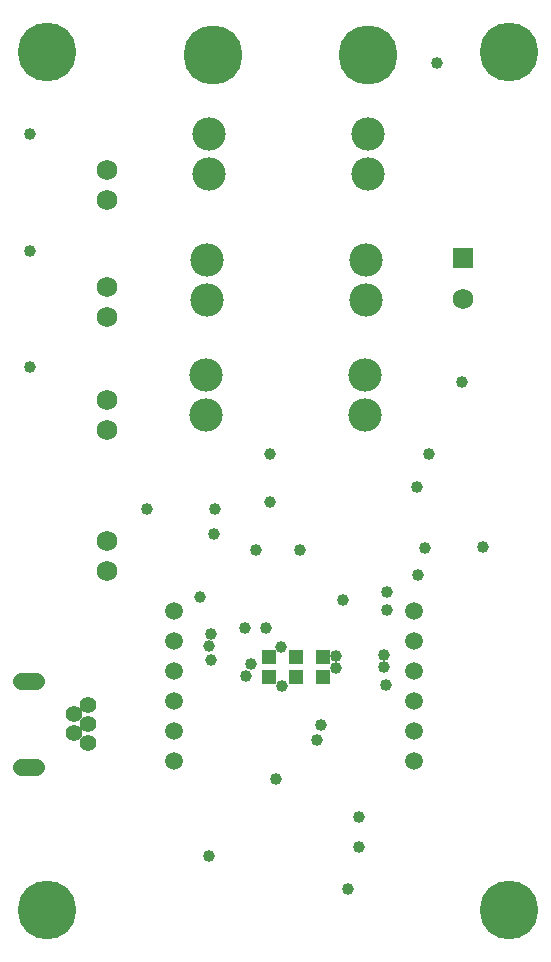
<source format=gbr>
G04 EAGLE Gerber RS-274X export*
G75*
%MOMM*%
%FSLAX34Y34*%
%LPD*%
%INSoldermask Bottom*%
%IPPOS*%
%AMOC8*
5,1,8,0,0,1.08239X$1,22.5*%
G01*
%ADD10C,4.965700*%
%ADD11C,5.003200*%
%ADD12C,1.511200*%
%ADD13C,1.727200*%
%ADD14C,2.828200*%
%ADD15R,1.203200X1.303200*%
%ADD16C,1.411200*%
%ADD17C,1.411200*%
%ADD18R,1.727200X1.727200*%
%ADD19C,1.009600*%
%ADD20C,0.990600*%


D10*
X48260Y675640D03*
X439420Y675640D03*
X48260Y-50800D03*
X439420Y-50800D03*
D11*
X320040Y673100D03*
D12*
X359460Y75430D03*
X359460Y100830D03*
X359460Y126230D03*
X359460Y151630D03*
X359460Y177030D03*
X359460Y202430D03*
X156260Y75430D03*
X156260Y100830D03*
X156260Y126230D03*
X156260Y151630D03*
X156260Y177030D03*
X156260Y202430D03*
D11*
X189230Y673100D03*
D13*
X99060Y355600D03*
X99060Y381000D03*
X99060Y450850D03*
X99060Y476250D03*
X99060Y549910D03*
X99060Y575310D03*
X99060Y236220D03*
X99060Y261620D03*
D14*
X184110Y499600D03*
X184110Y465600D03*
X318810Y499600D03*
X318810Y465600D03*
X182840Y401810D03*
X182840Y367810D03*
X317540Y401810D03*
X317540Y367810D03*
X185380Y606280D03*
X185380Y572280D03*
X320080Y606280D03*
X320080Y572280D03*
D15*
X281940Y146440D03*
X281940Y163440D03*
X259080Y146440D03*
X259080Y163440D03*
X236220Y146440D03*
X236220Y163440D03*
D16*
X39060Y143180D02*
X26980Y143180D01*
X26980Y70180D02*
X39060Y70180D01*
D17*
X71520Y98680D03*
X71520Y114680D03*
X83520Y90680D03*
X83520Y106680D03*
X83520Y122680D03*
D18*
X400685Y501142D03*
D13*
X400685Y466090D03*
D19*
X34290Y408940D03*
X34290Y506730D03*
X34290Y605790D03*
X378460Y666115D03*
X335280Y139700D03*
X187170Y182880D03*
X336550Y218440D03*
X242570Y59690D03*
X417830Y256540D03*
X276860Y92710D03*
X368300Y255270D03*
X185420Y-5080D03*
X303530Y-33020D03*
X400050Y396240D03*
X262890Y254000D03*
X189865Y267335D03*
X334010Y154742D03*
X293370Y154107D03*
X221615Y157480D03*
D20*
X187325Y160655D03*
D19*
X217074Y147264D03*
X334010Y165100D03*
X293370Y163830D03*
X312420Y27940D03*
X312420Y2540D03*
X280670Y105410D03*
X133350Y288290D03*
X225862Y254000D03*
X336550Y203200D03*
X190500Y288290D03*
X247650Y138430D03*
D20*
X247015Y172085D03*
X237490Y294640D03*
X237490Y335280D03*
D19*
X372110Y335280D03*
X361950Y307340D03*
D20*
X185484Y172374D03*
X177800Y213995D03*
D19*
X216309Y187960D03*
X233680Y187960D03*
X362427Y232887D03*
X299085Y211455D03*
M02*

</source>
